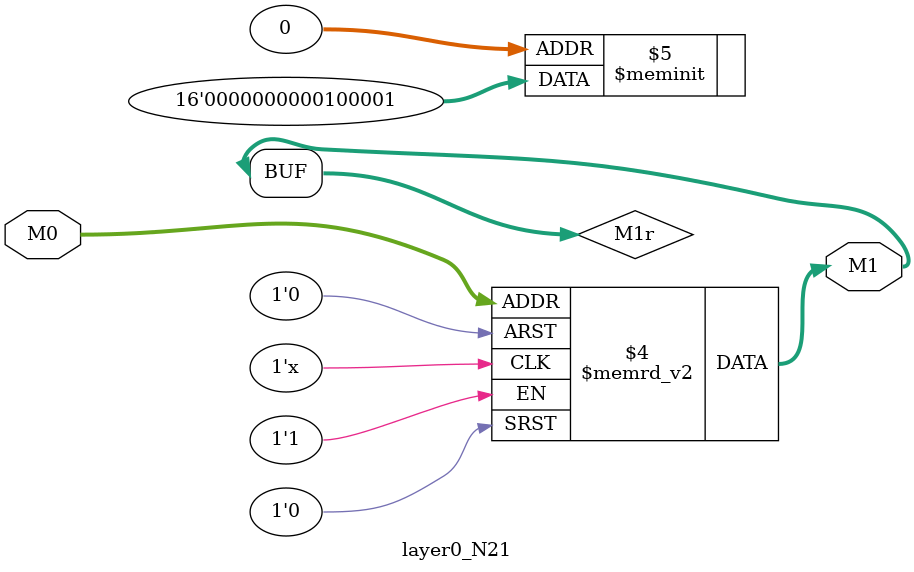
<source format=v>
module layer0_N21 ( input [2:0] M0, output [1:0] M1 );

	(*rom_style = "distributed" *) reg [1:0] M1r;
	assign M1 = M1r;
	always @ (M0) begin
		case (M0)
			3'b000: M1r = 2'b01;
			3'b100: M1r = 2'b00;
			3'b010: M1r = 2'b10;
			3'b110: M1r = 2'b00;
			3'b001: M1r = 2'b00;
			3'b101: M1r = 2'b00;
			3'b011: M1r = 2'b00;
			3'b111: M1r = 2'b00;

		endcase
	end
endmodule

</source>
